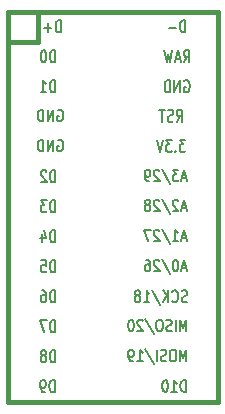
<source format=gbr>
%TF.GenerationSoftware,KiCad,Pcbnew,9.0.1*%
%TF.CreationDate,2025-05-03T16:32:41-05:00*%
%TF.ProjectId,WhackAMole,57686163-6b41-44d6-9f6c-652e6b696361,rev?*%
%TF.SameCoordinates,Original*%
%TF.FileFunction,Legend,Bot*%
%TF.FilePolarity,Positive*%
%FSLAX46Y46*%
G04 Gerber Fmt 4.6, Leading zero omitted, Abs format (unit mm)*
G04 Created by KiCad (PCBNEW 9.0.1) date 2025-05-03 16:32:41*
%MOMM*%
%LPD*%
G01*
G04 APERTURE LIST*
%ADD10C,0.160000*%
%ADD11C,0.381000*%
G04 APERTURE END LIST*
D10*
X128124761Y-78484299D02*
X128124761Y-77484299D01*
X128124761Y-77484299D02*
X127934285Y-77484299D01*
X127934285Y-77484299D02*
X127819999Y-77531918D01*
X127819999Y-77531918D02*
X127743809Y-77627156D01*
X127743809Y-77627156D02*
X127705714Y-77722394D01*
X127705714Y-77722394D02*
X127667618Y-77912870D01*
X127667618Y-77912870D02*
X127667618Y-78055727D01*
X127667618Y-78055727D02*
X127705714Y-78246203D01*
X127705714Y-78246203D02*
X127743809Y-78341441D01*
X127743809Y-78341441D02*
X127819999Y-78436680D01*
X127819999Y-78436680D02*
X127934285Y-78484299D01*
X127934285Y-78484299D02*
X128124761Y-78484299D01*
X127324761Y-78103346D02*
X126715238Y-78103346D01*
X127019999Y-78484299D02*
X127019999Y-77722394D01*
X138722781Y-90822384D02*
X138341828Y-90822384D01*
X138798971Y-91108099D02*
X138532304Y-90108099D01*
X138532304Y-90108099D02*
X138265638Y-91108099D01*
X138075162Y-90108099D02*
X137579924Y-90108099D01*
X137579924Y-90108099D02*
X137846590Y-90489051D01*
X137846590Y-90489051D02*
X137732305Y-90489051D01*
X137732305Y-90489051D02*
X137656114Y-90536670D01*
X137656114Y-90536670D02*
X137618019Y-90584289D01*
X137618019Y-90584289D02*
X137579924Y-90679527D01*
X137579924Y-90679527D02*
X137579924Y-90917622D01*
X137579924Y-90917622D02*
X137618019Y-91012860D01*
X137618019Y-91012860D02*
X137656114Y-91060480D01*
X137656114Y-91060480D02*
X137732305Y-91108099D01*
X137732305Y-91108099D02*
X137960876Y-91108099D01*
X137960876Y-91108099D02*
X138037067Y-91060480D01*
X138037067Y-91060480D02*
X138075162Y-91012860D01*
X136665638Y-90060480D02*
X137351352Y-91346194D01*
X136437067Y-90203337D02*
X136398971Y-90155718D01*
X136398971Y-90155718D02*
X136322781Y-90108099D01*
X136322781Y-90108099D02*
X136132305Y-90108099D01*
X136132305Y-90108099D02*
X136056114Y-90155718D01*
X136056114Y-90155718D02*
X136018019Y-90203337D01*
X136018019Y-90203337D02*
X135979924Y-90298575D01*
X135979924Y-90298575D02*
X135979924Y-90393813D01*
X135979924Y-90393813D02*
X136018019Y-90536670D01*
X136018019Y-90536670D02*
X136475162Y-91108099D01*
X136475162Y-91108099D02*
X135979924Y-91108099D01*
X135598971Y-91108099D02*
X135446590Y-91108099D01*
X135446590Y-91108099D02*
X135370400Y-91060480D01*
X135370400Y-91060480D02*
X135332304Y-91012860D01*
X135332304Y-91012860D02*
X135256114Y-90870003D01*
X135256114Y-90870003D02*
X135218019Y-90679527D01*
X135218019Y-90679527D02*
X135218019Y-90298575D01*
X135218019Y-90298575D02*
X135256114Y-90203337D01*
X135256114Y-90203337D02*
X135294209Y-90155718D01*
X135294209Y-90155718D02*
X135370400Y-90108099D01*
X135370400Y-90108099D02*
X135522781Y-90108099D01*
X135522781Y-90108099D02*
X135598971Y-90155718D01*
X135598971Y-90155718D02*
X135637066Y-90203337D01*
X135637066Y-90203337D02*
X135675162Y-90298575D01*
X135675162Y-90298575D02*
X135675162Y-90536670D01*
X135675162Y-90536670D02*
X135637066Y-90631908D01*
X135637066Y-90631908D02*
X135598971Y-90679527D01*
X135598971Y-90679527D02*
X135522781Y-90727146D01*
X135522781Y-90727146D02*
X135370400Y-90727146D01*
X135370400Y-90727146D02*
X135294209Y-90679527D01*
X135294209Y-90679527D02*
X135256114Y-90631908D01*
X135256114Y-90631908D02*
X135218019Y-90536670D01*
X127851723Y-87615718D02*
X127927913Y-87568099D01*
X127927913Y-87568099D02*
X128042199Y-87568099D01*
X128042199Y-87568099D02*
X128156485Y-87615718D01*
X128156485Y-87615718D02*
X128232675Y-87710956D01*
X128232675Y-87710956D02*
X128270770Y-87806194D01*
X128270770Y-87806194D02*
X128308866Y-87996670D01*
X128308866Y-87996670D02*
X128308866Y-88139527D01*
X128308866Y-88139527D02*
X128270770Y-88330003D01*
X128270770Y-88330003D02*
X128232675Y-88425241D01*
X128232675Y-88425241D02*
X128156485Y-88520480D01*
X128156485Y-88520480D02*
X128042199Y-88568099D01*
X128042199Y-88568099D02*
X127966008Y-88568099D01*
X127966008Y-88568099D02*
X127851723Y-88520480D01*
X127851723Y-88520480D02*
X127813627Y-88472860D01*
X127813627Y-88472860D02*
X127813627Y-88139527D01*
X127813627Y-88139527D02*
X127966008Y-88139527D01*
X127470770Y-88568099D02*
X127470770Y-87568099D01*
X127470770Y-87568099D02*
X127013627Y-88568099D01*
X127013627Y-88568099D02*
X127013627Y-87568099D01*
X126632675Y-88568099D02*
X126632675Y-87568099D01*
X126632675Y-87568099D02*
X126442199Y-87568099D01*
X126442199Y-87568099D02*
X126327913Y-87615718D01*
X126327913Y-87615718D02*
X126251723Y-87710956D01*
X126251723Y-87710956D02*
X126213628Y-87806194D01*
X126213628Y-87806194D02*
X126175532Y-87996670D01*
X126175532Y-87996670D02*
X126175532Y-88139527D01*
X126175532Y-88139527D02*
X126213628Y-88330003D01*
X126213628Y-88330003D02*
X126251723Y-88425241D01*
X126251723Y-88425241D02*
X126327913Y-88520480D01*
X126327913Y-88520480D02*
X126442199Y-88568099D01*
X126442199Y-88568099D02*
X126632675Y-88568099D01*
X127590475Y-108954299D02*
X127590475Y-107954299D01*
X127590475Y-107954299D02*
X127399999Y-107954299D01*
X127399999Y-107954299D02*
X127285713Y-108001918D01*
X127285713Y-108001918D02*
X127209523Y-108097156D01*
X127209523Y-108097156D02*
X127171428Y-108192394D01*
X127171428Y-108192394D02*
X127133332Y-108382870D01*
X127133332Y-108382870D02*
X127133332Y-108525727D01*
X127133332Y-108525727D02*
X127171428Y-108716203D01*
X127171428Y-108716203D02*
X127209523Y-108811441D01*
X127209523Y-108811441D02*
X127285713Y-108906680D01*
X127285713Y-108906680D02*
X127399999Y-108954299D01*
X127399999Y-108954299D02*
X127590475Y-108954299D01*
X126752380Y-108954299D02*
X126599999Y-108954299D01*
X126599999Y-108954299D02*
X126523809Y-108906680D01*
X126523809Y-108906680D02*
X126485713Y-108859060D01*
X126485713Y-108859060D02*
X126409523Y-108716203D01*
X126409523Y-108716203D02*
X126371428Y-108525727D01*
X126371428Y-108525727D02*
X126371428Y-108144775D01*
X126371428Y-108144775D02*
X126409523Y-108049537D01*
X126409523Y-108049537D02*
X126447618Y-108001918D01*
X126447618Y-108001918D02*
X126523809Y-107954299D01*
X126523809Y-107954299D02*
X126676190Y-107954299D01*
X126676190Y-107954299D02*
X126752380Y-108001918D01*
X126752380Y-108001918D02*
X126790475Y-108049537D01*
X126790475Y-108049537D02*
X126828571Y-108144775D01*
X126828571Y-108144775D02*
X126828571Y-108382870D01*
X126828571Y-108382870D02*
X126790475Y-108478108D01*
X126790475Y-108478108D02*
X126752380Y-108525727D01*
X126752380Y-108525727D02*
X126676190Y-108573346D01*
X126676190Y-108573346D02*
X126523809Y-108573346D01*
X126523809Y-108573346D02*
X126447618Y-108525727D01*
X126447618Y-108525727D02*
X126409523Y-108478108D01*
X126409523Y-108478108D02*
X126371428Y-108382870D01*
X138722781Y-95902384D02*
X138341828Y-95902384D01*
X138798971Y-96188099D02*
X138532304Y-95188099D01*
X138532304Y-95188099D02*
X138265638Y-96188099D01*
X137579924Y-96188099D02*
X138037067Y-96188099D01*
X137808495Y-96188099D02*
X137808495Y-95188099D01*
X137808495Y-95188099D02*
X137884686Y-95330956D01*
X137884686Y-95330956D02*
X137960876Y-95426194D01*
X137960876Y-95426194D02*
X138037067Y-95473813D01*
X136665638Y-95140480D02*
X137351352Y-96426194D01*
X136437067Y-95283337D02*
X136398971Y-95235718D01*
X136398971Y-95235718D02*
X136322781Y-95188099D01*
X136322781Y-95188099D02*
X136132305Y-95188099D01*
X136132305Y-95188099D02*
X136056114Y-95235718D01*
X136056114Y-95235718D02*
X136018019Y-95283337D01*
X136018019Y-95283337D02*
X135979924Y-95378575D01*
X135979924Y-95378575D02*
X135979924Y-95473813D01*
X135979924Y-95473813D02*
X136018019Y-95616670D01*
X136018019Y-95616670D02*
X136475162Y-96188099D01*
X136475162Y-96188099D02*
X135979924Y-96188099D01*
X135713257Y-95188099D02*
X135179923Y-95188099D01*
X135179923Y-95188099D02*
X135522781Y-96188099D01*
X127629475Y-93724299D02*
X127629475Y-92724299D01*
X127629475Y-92724299D02*
X127438999Y-92724299D01*
X127438999Y-92724299D02*
X127324713Y-92771918D01*
X127324713Y-92771918D02*
X127248523Y-92867156D01*
X127248523Y-92867156D02*
X127210428Y-92962394D01*
X127210428Y-92962394D02*
X127172332Y-93152870D01*
X127172332Y-93152870D02*
X127172332Y-93295727D01*
X127172332Y-93295727D02*
X127210428Y-93486203D01*
X127210428Y-93486203D02*
X127248523Y-93581441D01*
X127248523Y-93581441D02*
X127324713Y-93676680D01*
X127324713Y-93676680D02*
X127438999Y-93724299D01*
X127438999Y-93724299D02*
X127629475Y-93724299D01*
X126905666Y-92724299D02*
X126410428Y-92724299D01*
X126410428Y-92724299D02*
X126677094Y-93105251D01*
X126677094Y-93105251D02*
X126562809Y-93105251D01*
X126562809Y-93105251D02*
X126486618Y-93152870D01*
X126486618Y-93152870D02*
X126448523Y-93200489D01*
X126448523Y-93200489D02*
X126410428Y-93295727D01*
X126410428Y-93295727D02*
X126410428Y-93533822D01*
X126410428Y-93533822D02*
X126448523Y-93629060D01*
X126448523Y-93629060D02*
X126486618Y-93676680D01*
X126486618Y-93676680D02*
X126562809Y-93724299D01*
X126562809Y-93724299D02*
X126791380Y-93724299D01*
X126791380Y-93724299D02*
X126867571Y-93676680D01*
X126867571Y-93676680D02*
X126905666Y-93629060D01*
X127851723Y-85075718D02*
X127927913Y-85028099D01*
X127927913Y-85028099D02*
X128042199Y-85028099D01*
X128042199Y-85028099D02*
X128156485Y-85075718D01*
X128156485Y-85075718D02*
X128232675Y-85170956D01*
X128232675Y-85170956D02*
X128270770Y-85266194D01*
X128270770Y-85266194D02*
X128308866Y-85456670D01*
X128308866Y-85456670D02*
X128308866Y-85599527D01*
X128308866Y-85599527D02*
X128270770Y-85790003D01*
X128270770Y-85790003D02*
X128232675Y-85885241D01*
X128232675Y-85885241D02*
X128156485Y-85980480D01*
X128156485Y-85980480D02*
X128042199Y-86028099D01*
X128042199Y-86028099D02*
X127966008Y-86028099D01*
X127966008Y-86028099D02*
X127851723Y-85980480D01*
X127851723Y-85980480D02*
X127813627Y-85932860D01*
X127813627Y-85932860D02*
X127813627Y-85599527D01*
X127813627Y-85599527D02*
X127966008Y-85599527D01*
X127470770Y-86028099D02*
X127470770Y-85028099D01*
X127470770Y-85028099D02*
X127013627Y-86028099D01*
X127013627Y-86028099D02*
X127013627Y-85028099D01*
X126632675Y-86028099D02*
X126632675Y-85028099D01*
X126632675Y-85028099D02*
X126442199Y-85028099D01*
X126442199Y-85028099D02*
X126327913Y-85075718D01*
X126327913Y-85075718D02*
X126251723Y-85170956D01*
X126251723Y-85170956D02*
X126213628Y-85266194D01*
X126213628Y-85266194D02*
X126175532Y-85456670D01*
X126175532Y-85456670D02*
X126175532Y-85599527D01*
X126175532Y-85599527D02*
X126213628Y-85790003D01*
X126213628Y-85790003D02*
X126251723Y-85885241D01*
X126251723Y-85885241D02*
X126327913Y-85980480D01*
X126327913Y-85980480D02*
X126442199Y-86028099D01*
X126442199Y-86028099D02*
X126632675Y-86028099D01*
X138748094Y-103808099D02*
X138748094Y-102808099D01*
X138748094Y-102808099D02*
X138481428Y-103522384D01*
X138481428Y-103522384D02*
X138214761Y-102808099D01*
X138214761Y-102808099D02*
X138214761Y-103808099D01*
X137833808Y-103808099D02*
X137833808Y-102808099D01*
X137490952Y-103760480D02*
X137376666Y-103808099D01*
X137376666Y-103808099D02*
X137186190Y-103808099D01*
X137186190Y-103808099D02*
X137109999Y-103760480D01*
X137109999Y-103760480D02*
X137071904Y-103712860D01*
X137071904Y-103712860D02*
X137033809Y-103617622D01*
X137033809Y-103617622D02*
X137033809Y-103522384D01*
X137033809Y-103522384D02*
X137071904Y-103427146D01*
X137071904Y-103427146D02*
X137109999Y-103379527D01*
X137109999Y-103379527D02*
X137186190Y-103331908D01*
X137186190Y-103331908D02*
X137338571Y-103284289D01*
X137338571Y-103284289D02*
X137414761Y-103236670D01*
X137414761Y-103236670D02*
X137452856Y-103189051D01*
X137452856Y-103189051D02*
X137490952Y-103093813D01*
X137490952Y-103093813D02*
X137490952Y-102998575D01*
X137490952Y-102998575D02*
X137452856Y-102903337D01*
X137452856Y-102903337D02*
X137414761Y-102855718D01*
X137414761Y-102855718D02*
X137338571Y-102808099D01*
X137338571Y-102808099D02*
X137148094Y-102808099D01*
X137148094Y-102808099D02*
X137033809Y-102855718D01*
X136538570Y-102808099D02*
X136386189Y-102808099D01*
X136386189Y-102808099D02*
X136309999Y-102855718D01*
X136309999Y-102855718D02*
X136233808Y-102950956D01*
X136233808Y-102950956D02*
X136195713Y-103141432D01*
X136195713Y-103141432D02*
X136195713Y-103474765D01*
X136195713Y-103474765D02*
X136233808Y-103665241D01*
X136233808Y-103665241D02*
X136309999Y-103760480D01*
X136309999Y-103760480D02*
X136386189Y-103808099D01*
X136386189Y-103808099D02*
X136538570Y-103808099D01*
X136538570Y-103808099D02*
X136614761Y-103760480D01*
X136614761Y-103760480D02*
X136690951Y-103665241D01*
X136690951Y-103665241D02*
X136729047Y-103474765D01*
X136729047Y-103474765D02*
X136729047Y-103141432D01*
X136729047Y-103141432D02*
X136690951Y-102950956D01*
X136690951Y-102950956D02*
X136614761Y-102855718D01*
X136614761Y-102855718D02*
X136538570Y-102808099D01*
X135281428Y-102760480D02*
X135967142Y-104046194D01*
X135052857Y-102903337D02*
X135014761Y-102855718D01*
X135014761Y-102855718D02*
X134938571Y-102808099D01*
X134938571Y-102808099D02*
X134748095Y-102808099D01*
X134748095Y-102808099D02*
X134671904Y-102855718D01*
X134671904Y-102855718D02*
X134633809Y-102903337D01*
X134633809Y-102903337D02*
X134595714Y-102998575D01*
X134595714Y-102998575D02*
X134595714Y-103093813D01*
X134595714Y-103093813D02*
X134633809Y-103236670D01*
X134633809Y-103236670D02*
X135090952Y-103808099D01*
X135090952Y-103808099D02*
X134595714Y-103808099D01*
X134100475Y-102808099D02*
X134024285Y-102808099D01*
X134024285Y-102808099D02*
X133948094Y-102855718D01*
X133948094Y-102855718D02*
X133909999Y-102903337D01*
X133909999Y-102903337D02*
X133871904Y-102998575D01*
X133871904Y-102998575D02*
X133833809Y-103189051D01*
X133833809Y-103189051D02*
X133833809Y-103427146D01*
X133833809Y-103427146D02*
X133871904Y-103617622D01*
X133871904Y-103617622D02*
X133909999Y-103712860D01*
X133909999Y-103712860D02*
X133948094Y-103760480D01*
X133948094Y-103760480D02*
X134024285Y-103808099D01*
X134024285Y-103808099D02*
X134100475Y-103808099D01*
X134100475Y-103808099D02*
X134176666Y-103760480D01*
X134176666Y-103760480D02*
X134214761Y-103712860D01*
X134214761Y-103712860D02*
X134252856Y-103617622D01*
X134252856Y-103617622D02*
X134290952Y-103427146D01*
X134290952Y-103427146D02*
X134290952Y-103189051D01*
X134290952Y-103189051D02*
X134252856Y-102998575D01*
X134252856Y-102998575D02*
X134214761Y-102903337D01*
X134214761Y-102903337D02*
X134176666Y-102855718D01*
X134176666Y-102855718D02*
X134100475Y-102808099D01*
X127629475Y-96264299D02*
X127629475Y-95264299D01*
X127629475Y-95264299D02*
X127438999Y-95264299D01*
X127438999Y-95264299D02*
X127324713Y-95311918D01*
X127324713Y-95311918D02*
X127248523Y-95407156D01*
X127248523Y-95407156D02*
X127210428Y-95502394D01*
X127210428Y-95502394D02*
X127172332Y-95692870D01*
X127172332Y-95692870D02*
X127172332Y-95835727D01*
X127172332Y-95835727D02*
X127210428Y-96026203D01*
X127210428Y-96026203D02*
X127248523Y-96121441D01*
X127248523Y-96121441D02*
X127324713Y-96216680D01*
X127324713Y-96216680D02*
X127438999Y-96264299D01*
X127438999Y-96264299D02*
X127629475Y-96264299D01*
X126486618Y-95597632D02*
X126486618Y-96264299D01*
X126677094Y-95216680D02*
X126867571Y-95930965D01*
X126867571Y-95930965D02*
X126372332Y-95930965D01*
X138722781Y-93362384D02*
X138341828Y-93362384D01*
X138798971Y-93648099D02*
X138532304Y-92648099D01*
X138532304Y-92648099D02*
X138265638Y-93648099D01*
X138037067Y-92743337D02*
X137998971Y-92695718D01*
X137998971Y-92695718D02*
X137922781Y-92648099D01*
X137922781Y-92648099D02*
X137732305Y-92648099D01*
X137732305Y-92648099D02*
X137656114Y-92695718D01*
X137656114Y-92695718D02*
X137618019Y-92743337D01*
X137618019Y-92743337D02*
X137579924Y-92838575D01*
X137579924Y-92838575D02*
X137579924Y-92933813D01*
X137579924Y-92933813D02*
X137618019Y-93076670D01*
X137618019Y-93076670D02*
X138075162Y-93648099D01*
X138075162Y-93648099D02*
X137579924Y-93648099D01*
X136665638Y-92600480D02*
X137351352Y-93886194D01*
X136437067Y-92743337D02*
X136398971Y-92695718D01*
X136398971Y-92695718D02*
X136322781Y-92648099D01*
X136322781Y-92648099D02*
X136132305Y-92648099D01*
X136132305Y-92648099D02*
X136056114Y-92695718D01*
X136056114Y-92695718D02*
X136018019Y-92743337D01*
X136018019Y-92743337D02*
X135979924Y-92838575D01*
X135979924Y-92838575D02*
X135979924Y-92933813D01*
X135979924Y-92933813D02*
X136018019Y-93076670D01*
X136018019Y-93076670D02*
X136475162Y-93648099D01*
X136475162Y-93648099D02*
X135979924Y-93648099D01*
X135522781Y-93076670D02*
X135598971Y-93029051D01*
X135598971Y-93029051D02*
X135637066Y-92981432D01*
X135637066Y-92981432D02*
X135675162Y-92886194D01*
X135675162Y-92886194D02*
X135675162Y-92838575D01*
X135675162Y-92838575D02*
X135637066Y-92743337D01*
X135637066Y-92743337D02*
X135598971Y-92695718D01*
X135598971Y-92695718D02*
X135522781Y-92648099D01*
X135522781Y-92648099D02*
X135370400Y-92648099D01*
X135370400Y-92648099D02*
X135294209Y-92695718D01*
X135294209Y-92695718D02*
X135256114Y-92743337D01*
X135256114Y-92743337D02*
X135218019Y-92838575D01*
X135218019Y-92838575D02*
X135218019Y-92886194D01*
X135218019Y-92886194D02*
X135256114Y-92981432D01*
X135256114Y-92981432D02*
X135294209Y-93029051D01*
X135294209Y-93029051D02*
X135370400Y-93076670D01*
X135370400Y-93076670D02*
X135522781Y-93076670D01*
X135522781Y-93076670D02*
X135598971Y-93124289D01*
X135598971Y-93124289D02*
X135637066Y-93171908D01*
X135637066Y-93171908D02*
X135675162Y-93267146D01*
X135675162Y-93267146D02*
X135675162Y-93457622D01*
X135675162Y-93457622D02*
X135637066Y-93552860D01*
X135637066Y-93552860D02*
X135598971Y-93600480D01*
X135598971Y-93600480D02*
X135522781Y-93648099D01*
X135522781Y-93648099D02*
X135370400Y-93648099D01*
X135370400Y-93648099D02*
X135294209Y-93600480D01*
X135294209Y-93600480D02*
X135256114Y-93552860D01*
X135256114Y-93552860D02*
X135218019Y-93457622D01*
X135218019Y-93457622D02*
X135218019Y-93267146D01*
X135218019Y-93267146D02*
X135256114Y-93171908D01*
X135256114Y-93171908D02*
X135294209Y-93124289D01*
X135294209Y-93124289D02*
X135370400Y-93076670D01*
X138513380Y-81024299D02*
X138780047Y-80548108D01*
X138970523Y-81024299D02*
X138970523Y-80024299D01*
X138970523Y-80024299D02*
X138665761Y-80024299D01*
X138665761Y-80024299D02*
X138589571Y-80071918D01*
X138589571Y-80071918D02*
X138551476Y-80119537D01*
X138551476Y-80119537D02*
X138513380Y-80214775D01*
X138513380Y-80214775D02*
X138513380Y-80357632D01*
X138513380Y-80357632D02*
X138551476Y-80452870D01*
X138551476Y-80452870D02*
X138589571Y-80500489D01*
X138589571Y-80500489D02*
X138665761Y-80548108D01*
X138665761Y-80548108D02*
X138970523Y-80548108D01*
X138208619Y-80738584D02*
X137827666Y-80738584D01*
X138284809Y-81024299D02*
X138018142Y-80024299D01*
X138018142Y-80024299D02*
X137751476Y-81024299D01*
X137561000Y-80024299D02*
X137370524Y-81024299D01*
X137370524Y-81024299D02*
X137218143Y-80310013D01*
X137218143Y-80310013D02*
X137065762Y-81024299D01*
X137065762Y-81024299D02*
X136875286Y-80024299D01*
X138659352Y-87593499D02*
X138164114Y-87593499D01*
X138164114Y-87593499D02*
X138430780Y-87974451D01*
X138430780Y-87974451D02*
X138316495Y-87974451D01*
X138316495Y-87974451D02*
X138240304Y-88022070D01*
X138240304Y-88022070D02*
X138202209Y-88069689D01*
X138202209Y-88069689D02*
X138164114Y-88164927D01*
X138164114Y-88164927D02*
X138164114Y-88403022D01*
X138164114Y-88403022D02*
X138202209Y-88498260D01*
X138202209Y-88498260D02*
X138240304Y-88545880D01*
X138240304Y-88545880D02*
X138316495Y-88593499D01*
X138316495Y-88593499D02*
X138545066Y-88593499D01*
X138545066Y-88593499D02*
X138621257Y-88545880D01*
X138621257Y-88545880D02*
X138659352Y-88498260D01*
X137821256Y-88498260D02*
X137783161Y-88545880D01*
X137783161Y-88545880D02*
X137821256Y-88593499D01*
X137821256Y-88593499D02*
X137859352Y-88545880D01*
X137859352Y-88545880D02*
X137821256Y-88498260D01*
X137821256Y-88498260D02*
X137821256Y-88593499D01*
X137516495Y-87593499D02*
X137021257Y-87593499D01*
X137021257Y-87593499D02*
X137287923Y-87974451D01*
X137287923Y-87974451D02*
X137173638Y-87974451D01*
X137173638Y-87974451D02*
X137097447Y-88022070D01*
X137097447Y-88022070D02*
X137059352Y-88069689D01*
X137059352Y-88069689D02*
X137021257Y-88164927D01*
X137021257Y-88164927D02*
X137021257Y-88403022D01*
X137021257Y-88403022D02*
X137059352Y-88498260D01*
X137059352Y-88498260D02*
X137097447Y-88545880D01*
X137097447Y-88545880D02*
X137173638Y-88593499D01*
X137173638Y-88593499D02*
X137402209Y-88593499D01*
X137402209Y-88593499D02*
X137478400Y-88545880D01*
X137478400Y-88545880D02*
X137516495Y-88498260D01*
X136792685Y-87593499D02*
X136526018Y-88593499D01*
X136526018Y-88593499D02*
X136259352Y-87593499D01*
X138798924Y-101296680D02*
X138684638Y-101344299D01*
X138684638Y-101344299D02*
X138494162Y-101344299D01*
X138494162Y-101344299D02*
X138417971Y-101296680D01*
X138417971Y-101296680D02*
X138379876Y-101249060D01*
X138379876Y-101249060D02*
X138341781Y-101153822D01*
X138341781Y-101153822D02*
X138341781Y-101058584D01*
X138341781Y-101058584D02*
X138379876Y-100963346D01*
X138379876Y-100963346D02*
X138417971Y-100915727D01*
X138417971Y-100915727D02*
X138494162Y-100868108D01*
X138494162Y-100868108D02*
X138646543Y-100820489D01*
X138646543Y-100820489D02*
X138722733Y-100772870D01*
X138722733Y-100772870D02*
X138760828Y-100725251D01*
X138760828Y-100725251D02*
X138798924Y-100630013D01*
X138798924Y-100630013D02*
X138798924Y-100534775D01*
X138798924Y-100534775D02*
X138760828Y-100439537D01*
X138760828Y-100439537D02*
X138722733Y-100391918D01*
X138722733Y-100391918D02*
X138646543Y-100344299D01*
X138646543Y-100344299D02*
X138456066Y-100344299D01*
X138456066Y-100344299D02*
X138341781Y-100391918D01*
X137541780Y-101249060D02*
X137579876Y-101296680D01*
X137579876Y-101296680D02*
X137694161Y-101344299D01*
X137694161Y-101344299D02*
X137770352Y-101344299D01*
X137770352Y-101344299D02*
X137884638Y-101296680D01*
X137884638Y-101296680D02*
X137960828Y-101201441D01*
X137960828Y-101201441D02*
X137998923Y-101106203D01*
X137998923Y-101106203D02*
X138037019Y-100915727D01*
X138037019Y-100915727D02*
X138037019Y-100772870D01*
X138037019Y-100772870D02*
X137998923Y-100582394D01*
X137998923Y-100582394D02*
X137960828Y-100487156D01*
X137960828Y-100487156D02*
X137884638Y-100391918D01*
X137884638Y-100391918D02*
X137770352Y-100344299D01*
X137770352Y-100344299D02*
X137694161Y-100344299D01*
X137694161Y-100344299D02*
X137579876Y-100391918D01*
X137579876Y-100391918D02*
X137541780Y-100439537D01*
X137198923Y-101344299D02*
X137198923Y-100344299D01*
X136741780Y-101344299D02*
X137084638Y-100772870D01*
X136741780Y-100344299D02*
X137198923Y-100915727D01*
X135827495Y-100296680D02*
X136513209Y-101582394D01*
X135141781Y-101344299D02*
X135598924Y-101344299D01*
X135370352Y-101344299D02*
X135370352Y-100344299D01*
X135370352Y-100344299D02*
X135446543Y-100487156D01*
X135446543Y-100487156D02*
X135522733Y-100582394D01*
X135522733Y-100582394D02*
X135598924Y-100630013D01*
X134684638Y-100772870D02*
X134760828Y-100725251D01*
X134760828Y-100725251D02*
X134798923Y-100677632D01*
X134798923Y-100677632D02*
X134837019Y-100582394D01*
X134837019Y-100582394D02*
X134837019Y-100534775D01*
X134837019Y-100534775D02*
X134798923Y-100439537D01*
X134798923Y-100439537D02*
X134760828Y-100391918D01*
X134760828Y-100391918D02*
X134684638Y-100344299D01*
X134684638Y-100344299D02*
X134532257Y-100344299D01*
X134532257Y-100344299D02*
X134456066Y-100391918D01*
X134456066Y-100391918D02*
X134417971Y-100439537D01*
X134417971Y-100439537D02*
X134379876Y-100534775D01*
X134379876Y-100534775D02*
X134379876Y-100582394D01*
X134379876Y-100582394D02*
X134417971Y-100677632D01*
X134417971Y-100677632D02*
X134456066Y-100725251D01*
X134456066Y-100725251D02*
X134532257Y-100772870D01*
X134532257Y-100772870D02*
X134684638Y-100772870D01*
X134684638Y-100772870D02*
X134760828Y-100820489D01*
X134760828Y-100820489D02*
X134798923Y-100868108D01*
X134798923Y-100868108D02*
X134837019Y-100963346D01*
X134837019Y-100963346D02*
X134837019Y-101153822D01*
X134837019Y-101153822D02*
X134798923Y-101249060D01*
X134798923Y-101249060D02*
X134760828Y-101296680D01*
X134760828Y-101296680D02*
X134684638Y-101344299D01*
X134684638Y-101344299D02*
X134532257Y-101344299D01*
X134532257Y-101344299D02*
X134456066Y-101296680D01*
X134456066Y-101296680D02*
X134417971Y-101249060D01*
X134417971Y-101249060D02*
X134379876Y-101153822D01*
X134379876Y-101153822D02*
X134379876Y-100963346D01*
X134379876Y-100963346D02*
X134417971Y-100868108D01*
X134417971Y-100868108D02*
X134456066Y-100820489D01*
X134456066Y-100820489D02*
X134532257Y-100772870D01*
X127629475Y-103884299D02*
X127629475Y-102884299D01*
X127629475Y-102884299D02*
X127438999Y-102884299D01*
X127438999Y-102884299D02*
X127324713Y-102931918D01*
X127324713Y-102931918D02*
X127248523Y-103027156D01*
X127248523Y-103027156D02*
X127210428Y-103122394D01*
X127210428Y-103122394D02*
X127172332Y-103312870D01*
X127172332Y-103312870D02*
X127172332Y-103455727D01*
X127172332Y-103455727D02*
X127210428Y-103646203D01*
X127210428Y-103646203D02*
X127248523Y-103741441D01*
X127248523Y-103741441D02*
X127324713Y-103836680D01*
X127324713Y-103836680D02*
X127438999Y-103884299D01*
X127438999Y-103884299D02*
X127629475Y-103884299D01*
X126905666Y-102884299D02*
X126372332Y-102884299D01*
X126372332Y-102884299D02*
X126715190Y-103884299D01*
X138703828Y-108938899D02*
X138703828Y-107938899D01*
X138703828Y-107938899D02*
X138513352Y-107938899D01*
X138513352Y-107938899D02*
X138399066Y-107986518D01*
X138399066Y-107986518D02*
X138322876Y-108081756D01*
X138322876Y-108081756D02*
X138284781Y-108176994D01*
X138284781Y-108176994D02*
X138246685Y-108367470D01*
X138246685Y-108367470D02*
X138246685Y-108510327D01*
X138246685Y-108510327D02*
X138284781Y-108700803D01*
X138284781Y-108700803D02*
X138322876Y-108796041D01*
X138322876Y-108796041D02*
X138399066Y-108891280D01*
X138399066Y-108891280D02*
X138513352Y-108938899D01*
X138513352Y-108938899D02*
X138703828Y-108938899D01*
X137484781Y-108938899D02*
X137941924Y-108938899D01*
X137713352Y-108938899D02*
X137713352Y-107938899D01*
X137713352Y-107938899D02*
X137789543Y-108081756D01*
X137789543Y-108081756D02*
X137865733Y-108176994D01*
X137865733Y-108176994D02*
X137941924Y-108224613D01*
X136989542Y-107938899D02*
X136913352Y-107938899D01*
X136913352Y-107938899D02*
X136837161Y-107986518D01*
X136837161Y-107986518D02*
X136799066Y-108034137D01*
X136799066Y-108034137D02*
X136760971Y-108129375D01*
X136760971Y-108129375D02*
X136722876Y-108319851D01*
X136722876Y-108319851D02*
X136722876Y-108557946D01*
X136722876Y-108557946D02*
X136760971Y-108748422D01*
X136760971Y-108748422D02*
X136799066Y-108843660D01*
X136799066Y-108843660D02*
X136837161Y-108891280D01*
X136837161Y-108891280D02*
X136913352Y-108938899D01*
X136913352Y-108938899D02*
X136989542Y-108938899D01*
X136989542Y-108938899D02*
X137065733Y-108891280D01*
X137065733Y-108891280D02*
X137103828Y-108843660D01*
X137103828Y-108843660D02*
X137141923Y-108748422D01*
X137141923Y-108748422D02*
X137180019Y-108557946D01*
X137180019Y-108557946D02*
X137180019Y-108319851D01*
X137180019Y-108319851D02*
X137141923Y-108129375D01*
X137141923Y-108129375D02*
X137103828Y-108034137D01*
X137103828Y-108034137D02*
X137065733Y-107986518D01*
X137065733Y-107986518D02*
X136989542Y-107938899D01*
X127629475Y-81024299D02*
X127629475Y-80024299D01*
X127629475Y-80024299D02*
X127438999Y-80024299D01*
X127438999Y-80024299D02*
X127324713Y-80071918D01*
X127324713Y-80071918D02*
X127248523Y-80167156D01*
X127248523Y-80167156D02*
X127210428Y-80262394D01*
X127210428Y-80262394D02*
X127172332Y-80452870D01*
X127172332Y-80452870D02*
X127172332Y-80595727D01*
X127172332Y-80595727D02*
X127210428Y-80786203D01*
X127210428Y-80786203D02*
X127248523Y-80881441D01*
X127248523Y-80881441D02*
X127324713Y-80976680D01*
X127324713Y-80976680D02*
X127438999Y-81024299D01*
X127438999Y-81024299D02*
X127629475Y-81024299D01*
X126677094Y-80024299D02*
X126600904Y-80024299D01*
X126600904Y-80024299D02*
X126524713Y-80071918D01*
X126524713Y-80071918D02*
X126486618Y-80119537D01*
X126486618Y-80119537D02*
X126448523Y-80214775D01*
X126448523Y-80214775D02*
X126410428Y-80405251D01*
X126410428Y-80405251D02*
X126410428Y-80643346D01*
X126410428Y-80643346D02*
X126448523Y-80833822D01*
X126448523Y-80833822D02*
X126486618Y-80929060D01*
X126486618Y-80929060D02*
X126524713Y-80976680D01*
X126524713Y-80976680D02*
X126600904Y-81024299D01*
X126600904Y-81024299D02*
X126677094Y-81024299D01*
X126677094Y-81024299D02*
X126753285Y-80976680D01*
X126753285Y-80976680D02*
X126791380Y-80929060D01*
X126791380Y-80929060D02*
X126829475Y-80833822D01*
X126829475Y-80833822D02*
X126867571Y-80643346D01*
X126867571Y-80643346D02*
X126867571Y-80405251D01*
X126867571Y-80405251D02*
X126829475Y-80214775D01*
X126829475Y-80214775D02*
X126791380Y-80119537D01*
X126791380Y-80119537D02*
X126753285Y-80071918D01*
X126753285Y-80071918D02*
X126677094Y-80024299D01*
X127629475Y-83564299D02*
X127629475Y-82564299D01*
X127629475Y-82564299D02*
X127438999Y-82564299D01*
X127438999Y-82564299D02*
X127324713Y-82611918D01*
X127324713Y-82611918D02*
X127248523Y-82707156D01*
X127248523Y-82707156D02*
X127210428Y-82802394D01*
X127210428Y-82802394D02*
X127172332Y-82992870D01*
X127172332Y-82992870D02*
X127172332Y-83135727D01*
X127172332Y-83135727D02*
X127210428Y-83326203D01*
X127210428Y-83326203D02*
X127248523Y-83421441D01*
X127248523Y-83421441D02*
X127324713Y-83516680D01*
X127324713Y-83516680D02*
X127438999Y-83564299D01*
X127438999Y-83564299D02*
X127629475Y-83564299D01*
X126410428Y-83564299D02*
X126867571Y-83564299D01*
X126638999Y-83564299D02*
X126638999Y-82564299D01*
X126638999Y-82564299D02*
X126715190Y-82707156D01*
X126715190Y-82707156D02*
X126791380Y-82802394D01*
X126791380Y-82802394D02*
X126867571Y-82850013D01*
X138665761Y-78484299D02*
X138665761Y-77484299D01*
X138665761Y-77484299D02*
X138475285Y-77484299D01*
X138475285Y-77484299D02*
X138360999Y-77531918D01*
X138360999Y-77531918D02*
X138284809Y-77627156D01*
X138284809Y-77627156D02*
X138246714Y-77722394D01*
X138246714Y-77722394D02*
X138208618Y-77912870D01*
X138208618Y-77912870D02*
X138208618Y-78055727D01*
X138208618Y-78055727D02*
X138246714Y-78246203D01*
X138246714Y-78246203D02*
X138284809Y-78341441D01*
X138284809Y-78341441D02*
X138360999Y-78436680D01*
X138360999Y-78436680D02*
X138475285Y-78484299D01*
X138475285Y-78484299D02*
X138665761Y-78484299D01*
X137865761Y-78103346D02*
X137256238Y-78103346D01*
X137916494Y-86053499D02*
X138183161Y-85577308D01*
X138373637Y-86053499D02*
X138373637Y-85053499D01*
X138373637Y-85053499D02*
X138068875Y-85053499D01*
X138068875Y-85053499D02*
X137992685Y-85101118D01*
X137992685Y-85101118D02*
X137954590Y-85148737D01*
X137954590Y-85148737D02*
X137916494Y-85243975D01*
X137916494Y-85243975D02*
X137916494Y-85386832D01*
X137916494Y-85386832D02*
X137954590Y-85482070D01*
X137954590Y-85482070D02*
X137992685Y-85529689D01*
X137992685Y-85529689D02*
X138068875Y-85577308D01*
X138068875Y-85577308D02*
X138373637Y-85577308D01*
X137611733Y-86005880D02*
X137497447Y-86053499D01*
X137497447Y-86053499D02*
X137306971Y-86053499D01*
X137306971Y-86053499D02*
X137230780Y-86005880D01*
X137230780Y-86005880D02*
X137192685Y-85958260D01*
X137192685Y-85958260D02*
X137154590Y-85863022D01*
X137154590Y-85863022D02*
X137154590Y-85767784D01*
X137154590Y-85767784D02*
X137192685Y-85672546D01*
X137192685Y-85672546D02*
X137230780Y-85624927D01*
X137230780Y-85624927D02*
X137306971Y-85577308D01*
X137306971Y-85577308D02*
X137459352Y-85529689D01*
X137459352Y-85529689D02*
X137535542Y-85482070D01*
X137535542Y-85482070D02*
X137573637Y-85434451D01*
X137573637Y-85434451D02*
X137611733Y-85339213D01*
X137611733Y-85339213D02*
X137611733Y-85243975D01*
X137611733Y-85243975D02*
X137573637Y-85148737D01*
X137573637Y-85148737D02*
X137535542Y-85101118D01*
X137535542Y-85101118D02*
X137459352Y-85053499D01*
X137459352Y-85053499D02*
X137268875Y-85053499D01*
X137268875Y-85053499D02*
X137154590Y-85101118D01*
X136926018Y-85053499D02*
X136468875Y-85053499D01*
X136697447Y-86053499D02*
X136697447Y-85053499D01*
X138722781Y-98442384D02*
X138341828Y-98442384D01*
X138798971Y-98728099D02*
X138532304Y-97728099D01*
X138532304Y-97728099D02*
X138265638Y-98728099D01*
X137846590Y-97728099D02*
X137770400Y-97728099D01*
X137770400Y-97728099D02*
X137694209Y-97775718D01*
X137694209Y-97775718D02*
X137656114Y-97823337D01*
X137656114Y-97823337D02*
X137618019Y-97918575D01*
X137618019Y-97918575D02*
X137579924Y-98109051D01*
X137579924Y-98109051D02*
X137579924Y-98347146D01*
X137579924Y-98347146D02*
X137618019Y-98537622D01*
X137618019Y-98537622D02*
X137656114Y-98632860D01*
X137656114Y-98632860D02*
X137694209Y-98680480D01*
X137694209Y-98680480D02*
X137770400Y-98728099D01*
X137770400Y-98728099D02*
X137846590Y-98728099D01*
X137846590Y-98728099D02*
X137922781Y-98680480D01*
X137922781Y-98680480D02*
X137960876Y-98632860D01*
X137960876Y-98632860D02*
X137998971Y-98537622D01*
X137998971Y-98537622D02*
X138037067Y-98347146D01*
X138037067Y-98347146D02*
X138037067Y-98109051D01*
X138037067Y-98109051D02*
X137998971Y-97918575D01*
X137998971Y-97918575D02*
X137960876Y-97823337D01*
X137960876Y-97823337D02*
X137922781Y-97775718D01*
X137922781Y-97775718D02*
X137846590Y-97728099D01*
X136665638Y-97680480D02*
X137351352Y-98966194D01*
X136437067Y-97823337D02*
X136398971Y-97775718D01*
X136398971Y-97775718D02*
X136322781Y-97728099D01*
X136322781Y-97728099D02*
X136132305Y-97728099D01*
X136132305Y-97728099D02*
X136056114Y-97775718D01*
X136056114Y-97775718D02*
X136018019Y-97823337D01*
X136018019Y-97823337D02*
X135979924Y-97918575D01*
X135979924Y-97918575D02*
X135979924Y-98013813D01*
X135979924Y-98013813D02*
X136018019Y-98156670D01*
X136018019Y-98156670D02*
X136475162Y-98728099D01*
X136475162Y-98728099D02*
X135979924Y-98728099D01*
X135294209Y-97728099D02*
X135446590Y-97728099D01*
X135446590Y-97728099D02*
X135522781Y-97775718D01*
X135522781Y-97775718D02*
X135560876Y-97823337D01*
X135560876Y-97823337D02*
X135637066Y-97966194D01*
X135637066Y-97966194D02*
X135675162Y-98156670D01*
X135675162Y-98156670D02*
X135675162Y-98537622D01*
X135675162Y-98537622D02*
X135637066Y-98632860D01*
X135637066Y-98632860D02*
X135598971Y-98680480D01*
X135598971Y-98680480D02*
X135522781Y-98728099D01*
X135522781Y-98728099D02*
X135370400Y-98728099D01*
X135370400Y-98728099D02*
X135294209Y-98680480D01*
X135294209Y-98680480D02*
X135256114Y-98632860D01*
X135256114Y-98632860D02*
X135218019Y-98537622D01*
X135218019Y-98537622D02*
X135218019Y-98299527D01*
X135218019Y-98299527D02*
X135256114Y-98204289D01*
X135256114Y-98204289D02*
X135294209Y-98156670D01*
X135294209Y-98156670D02*
X135370400Y-98109051D01*
X135370400Y-98109051D02*
X135522781Y-98109051D01*
X135522781Y-98109051D02*
X135598971Y-98156670D01*
X135598971Y-98156670D02*
X135637066Y-98204289D01*
X135637066Y-98204289D02*
X135675162Y-98299527D01*
X127629475Y-101344299D02*
X127629475Y-100344299D01*
X127629475Y-100344299D02*
X127438999Y-100344299D01*
X127438999Y-100344299D02*
X127324713Y-100391918D01*
X127324713Y-100391918D02*
X127248523Y-100487156D01*
X127248523Y-100487156D02*
X127210428Y-100582394D01*
X127210428Y-100582394D02*
X127172332Y-100772870D01*
X127172332Y-100772870D02*
X127172332Y-100915727D01*
X127172332Y-100915727D02*
X127210428Y-101106203D01*
X127210428Y-101106203D02*
X127248523Y-101201441D01*
X127248523Y-101201441D02*
X127324713Y-101296680D01*
X127324713Y-101296680D02*
X127438999Y-101344299D01*
X127438999Y-101344299D02*
X127629475Y-101344299D01*
X126486618Y-100344299D02*
X126638999Y-100344299D01*
X126638999Y-100344299D02*
X126715190Y-100391918D01*
X126715190Y-100391918D02*
X126753285Y-100439537D01*
X126753285Y-100439537D02*
X126829475Y-100582394D01*
X126829475Y-100582394D02*
X126867571Y-100772870D01*
X126867571Y-100772870D02*
X126867571Y-101153822D01*
X126867571Y-101153822D02*
X126829475Y-101249060D01*
X126829475Y-101249060D02*
X126791380Y-101296680D01*
X126791380Y-101296680D02*
X126715190Y-101344299D01*
X126715190Y-101344299D02*
X126562809Y-101344299D01*
X126562809Y-101344299D02*
X126486618Y-101296680D01*
X126486618Y-101296680D02*
X126448523Y-101249060D01*
X126448523Y-101249060D02*
X126410428Y-101153822D01*
X126410428Y-101153822D02*
X126410428Y-100915727D01*
X126410428Y-100915727D02*
X126448523Y-100820489D01*
X126448523Y-100820489D02*
X126486618Y-100772870D01*
X126486618Y-100772870D02*
X126562809Y-100725251D01*
X126562809Y-100725251D02*
X126715190Y-100725251D01*
X126715190Y-100725251D02*
X126791380Y-100772870D01*
X126791380Y-100772870D02*
X126829475Y-100820489D01*
X126829475Y-100820489D02*
X126867571Y-100915727D01*
X138570523Y-82611918D02*
X138646713Y-82564299D01*
X138646713Y-82564299D02*
X138760999Y-82564299D01*
X138760999Y-82564299D02*
X138875285Y-82611918D01*
X138875285Y-82611918D02*
X138951475Y-82707156D01*
X138951475Y-82707156D02*
X138989570Y-82802394D01*
X138989570Y-82802394D02*
X139027666Y-82992870D01*
X139027666Y-82992870D02*
X139027666Y-83135727D01*
X139027666Y-83135727D02*
X138989570Y-83326203D01*
X138989570Y-83326203D02*
X138951475Y-83421441D01*
X138951475Y-83421441D02*
X138875285Y-83516680D01*
X138875285Y-83516680D02*
X138760999Y-83564299D01*
X138760999Y-83564299D02*
X138684808Y-83564299D01*
X138684808Y-83564299D02*
X138570523Y-83516680D01*
X138570523Y-83516680D02*
X138532427Y-83469060D01*
X138532427Y-83469060D02*
X138532427Y-83135727D01*
X138532427Y-83135727D02*
X138684808Y-83135727D01*
X138189570Y-83564299D02*
X138189570Y-82564299D01*
X138189570Y-82564299D02*
X137732427Y-83564299D01*
X137732427Y-83564299D02*
X137732427Y-82564299D01*
X137351475Y-83564299D02*
X137351475Y-82564299D01*
X137351475Y-82564299D02*
X137160999Y-82564299D01*
X137160999Y-82564299D02*
X137046713Y-82611918D01*
X137046713Y-82611918D02*
X136970523Y-82707156D01*
X136970523Y-82707156D02*
X136932428Y-82802394D01*
X136932428Y-82802394D02*
X136894332Y-82992870D01*
X136894332Y-82992870D02*
X136894332Y-83135727D01*
X136894332Y-83135727D02*
X136932428Y-83326203D01*
X136932428Y-83326203D02*
X136970523Y-83421441D01*
X136970523Y-83421441D02*
X137046713Y-83516680D01*
X137046713Y-83516680D02*
X137160999Y-83564299D01*
X137160999Y-83564299D02*
X137351475Y-83564299D01*
X138748094Y-106348099D02*
X138748094Y-105348099D01*
X138748094Y-105348099D02*
X138481428Y-106062384D01*
X138481428Y-106062384D02*
X138214761Y-105348099D01*
X138214761Y-105348099D02*
X138214761Y-106348099D01*
X137681427Y-105348099D02*
X137529046Y-105348099D01*
X137529046Y-105348099D02*
X137452856Y-105395718D01*
X137452856Y-105395718D02*
X137376665Y-105490956D01*
X137376665Y-105490956D02*
X137338570Y-105681432D01*
X137338570Y-105681432D02*
X137338570Y-106014765D01*
X137338570Y-106014765D02*
X137376665Y-106205241D01*
X137376665Y-106205241D02*
X137452856Y-106300480D01*
X137452856Y-106300480D02*
X137529046Y-106348099D01*
X137529046Y-106348099D02*
X137681427Y-106348099D01*
X137681427Y-106348099D02*
X137757618Y-106300480D01*
X137757618Y-106300480D02*
X137833808Y-106205241D01*
X137833808Y-106205241D02*
X137871904Y-106014765D01*
X137871904Y-106014765D02*
X137871904Y-105681432D01*
X137871904Y-105681432D02*
X137833808Y-105490956D01*
X137833808Y-105490956D02*
X137757618Y-105395718D01*
X137757618Y-105395718D02*
X137681427Y-105348099D01*
X137033809Y-106300480D02*
X136919523Y-106348099D01*
X136919523Y-106348099D02*
X136729047Y-106348099D01*
X136729047Y-106348099D02*
X136652856Y-106300480D01*
X136652856Y-106300480D02*
X136614761Y-106252860D01*
X136614761Y-106252860D02*
X136576666Y-106157622D01*
X136576666Y-106157622D02*
X136576666Y-106062384D01*
X136576666Y-106062384D02*
X136614761Y-105967146D01*
X136614761Y-105967146D02*
X136652856Y-105919527D01*
X136652856Y-105919527D02*
X136729047Y-105871908D01*
X136729047Y-105871908D02*
X136881428Y-105824289D01*
X136881428Y-105824289D02*
X136957618Y-105776670D01*
X136957618Y-105776670D02*
X136995713Y-105729051D01*
X136995713Y-105729051D02*
X137033809Y-105633813D01*
X137033809Y-105633813D02*
X137033809Y-105538575D01*
X137033809Y-105538575D02*
X136995713Y-105443337D01*
X136995713Y-105443337D02*
X136957618Y-105395718D01*
X136957618Y-105395718D02*
X136881428Y-105348099D01*
X136881428Y-105348099D02*
X136690951Y-105348099D01*
X136690951Y-105348099D02*
X136576666Y-105395718D01*
X136233808Y-106348099D02*
X136233808Y-105348099D01*
X135281428Y-105300480D02*
X135967142Y-106586194D01*
X134595714Y-106348099D02*
X135052857Y-106348099D01*
X134824285Y-106348099D02*
X134824285Y-105348099D01*
X134824285Y-105348099D02*
X134900476Y-105490956D01*
X134900476Y-105490956D02*
X134976666Y-105586194D01*
X134976666Y-105586194D02*
X135052857Y-105633813D01*
X134214761Y-106348099D02*
X134062380Y-106348099D01*
X134062380Y-106348099D02*
X133986190Y-106300480D01*
X133986190Y-106300480D02*
X133948094Y-106252860D01*
X133948094Y-106252860D02*
X133871904Y-106110003D01*
X133871904Y-106110003D02*
X133833809Y-105919527D01*
X133833809Y-105919527D02*
X133833809Y-105538575D01*
X133833809Y-105538575D02*
X133871904Y-105443337D01*
X133871904Y-105443337D02*
X133909999Y-105395718D01*
X133909999Y-105395718D02*
X133986190Y-105348099D01*
X133986190Y-105348099D02*
X134138571Y-105348099D01*
X134138571Y-105348099D02*
X134214761Y-105395718D01*
X134214761Y-105395718D02*
X134252856Y-105443337D01*
X134252856Y-105443337D02*
X134290952Y-105538575D01*
X134290952Y-105538575D02*
X134290952Y-105776670D01*
X134290952Y-105776670D02*
X134252856Y-105871908D01*
X134252856Y-105871908D02*
X134214761Y-105919527D01*
X134214761Y-105919527D02*
X134138571Y-105967146D01*
X134138571Y-105967146D02*
X133986190Y-105967146D01*
X133986190Y-105967146D02*
X133909999Y-105919527D01*
X133909999Y-105919527D02*
X133871904Y-105871908D01*
X133871904Y-105871908D02*
X133833809Y-105776670D01*
X127629475Y-98804299D02*
X127629475Y-97804299D01*
X127629475Y-97804299D02*
X127438999Y-97804299D01*
X127438999Y-97804299D02*
X127324713Y-97851918D01*
X127324713Y-97851918D02*
X127248523Y-97947156D01*
X127248523Y-97947156D02*
X127210428Y-98042394D01*
X127210428Y-98042394D02*
X127172332Y-98232870D01*
X127172332Y-98232870D02*
X127172332Y-98375727D01*
X127172332Y-98375727D02*
X127210428Y-98566203D01*
X127210428Y-98566203D02*
X127248523Y-98661441D01*
X127248523Y-98661441D02*
X127324713Y-98756680D01*
X127324713Y-98756680D02*
X127438999Y-98804299D01*
X127438999Y-98804299D02*
X127629475Y-98804299D01*
X126448523Y-97804299D02*
X126829475Y-97804299D01*
X126829475Y-97804299D02*
X126867571Y-98280489D01*
X126867571Y-98280489D02*
X126829475Y-98232870D01*
X126829475Y-98232870D02*
X126753285Y-98185251D01*
X126753285Y-98185251D02*
X126562809Y-98185251D01*
X126562809Y-98185251D02*
X126486618Y-98232870D01*
X126486618Y-98232870D02*
X126448523Y-98280489D01*
X126448523Y-98280489D02*
X126410428Y-98375727D01*
X126410428Y-98375727D02*
X126410428Y-98613822D01*
X126410428Y-98613822D02*
X126448523Y-98709060D01*
X126448523Y-98709060D02*
X126486618Y-98756680D01*
X126486618Y-98756680D02*
X126562809Y-98804299D01*
X126562809Y-98804299D02*
X126753285Y-98804299D01*
X126753285Y-98804299D02*
X126829475Y-98756680D01*
X126829475Y-98756680D02*
X126867571Y-98709060D01*
X127629475Y-106424299D02*
X127629475Y-105424299D01*
X127629475Y-105424299D02*
X127438999Y-105424299D01*
X127438999Y-105424299D02*
X127324713Y-105471918D01*
X127324713Y-105471918D02*
X127248523Y-105567156D01*
X127248523Y-105567156D02*
X127210428Y-105662394D01*
X127210428Y-105662394D02*
X127172332Y-105852870D01*
X127172332Y-105852870D02*
X127172332Y-105995727D01*
X127172332Y-105995727D02*
X127210428Y-106186203D01*
X127210428Y-106186203D02*
X127248523Y-106281441D01*
X127248523Y-106281441D02*
X127324713Y-106376680D01*
X127324713Y-106376680D02*
X127438999Y-106424299D01*
X127438999Y-106424299D02*
X127629475Y-106424299D01*
X126715190Y-105852870D02*
X126791380Y-105805251D01*
X126791380Y-105805251D02*
X126829475Y-105757632D01*
X126829475Y-105757632D02*
X126867571Y-105662394D01*
X126867571Y-105662394D02*
X126867571Y-105614775D01*
X126867571Y-105614775D02*
X126829475Y-105519537D01*
X126829475Y-105519537D02*
X126791380Y-105471918D01*
X126791380Y-105471918D02*
X126715190Y-105424299D01*
X126715190Y-105424299D02*
X126562809Y-105424299D01*
X126562809Y-105424299D02*
X126486618Y-105471918D01*
X126486618Y-105471918D02*
X126448523Y-105519537D01*
X126448523Y-105519537D02*
X126410428Y-105614775D01*
X126410428Y-105614775D02*
X126410428Y-105662394D01*
X126410428Y-105662394D02*
X126448523Y-105757632D01*
X126448523Y-105757632D02*
X126486618Y-105805251D01*
X126486618Y-105805251D02*
X126562809Y-105852870D01*
X126562809Y-105852870D02*
X126715190Y-105852870D01*
X126715190Y-105852870D02*
X126791380Y-105900489D01*
X126791380Y-105900489D02*
X126829475Y-105948108D01*
X126829475Y-105948108D02*
X126867571Y-106043346D01*
X126867571Y-106043346D02*
X126867571Y-106233822D01*
X126867571Y-106233822D02*
X126829475Y-106329060D01*
X126829475Y-106329060D02*
X126791380Y-106376680D01*
X126791380Y-106376680D02*
X126715190Y-106424299D01*
X126715190Y-106424299D02*
X126562809Y-106424299D01*
X126562809Y-106424299D02*
X126486618Y-106376680D01*
X126486618Y-106376680D02*
X126448523Y-106329060D01*
X126448523Y-106329060D02*
X126410428Y-106233822D01*
X126410428Y-106233822D02*
X126410428Y-106043346D01*
X126410428Y-106043346D02*
X126448523Y-105948108D01*
X126448523Y-105948108D02*
X126486618Y-105900489D01*
X126486618Y-105900489D02*
X126562809Y-105852870D01*
X127629475Y-91184299D02*
X127629475Y-90184299D01*
X127629475Y-90184299D02*
X127438999Y-90184299D01*
X127438999Y-90184299D02*
X127324713Y-90231918D01*
X127324713Y-90231918D02*
X127248523Y-90327156D01*
X127248523Y-90327156D02*
X127210428Y-90422394D01*
X127210428Y-90422394D02*
X127172332Y-90612870D01*
X127172332Y-90612870D02*
X127172332Y-90755727D01*
X127172332Y-90755727D02*
X127210428Y-90946203D01*
X127210428Y-90946203D02*
X127248523Y-91041441D01*
X127248523Y-91041441D02*
X127324713Y-91136680D01*
X127324713Y-91136680D02*
X127438999Y-91184299D01*
X127438999Y-91184299D02*
X127629475Y-91184299D01*
X126867571Y-90279537D02*
X126829475Y-90231918D01*
X126829475Y-90231918D02*
X126753285Y-90184299D01*
X126753285Y-90184299D02*
X126562809Y-90184299D01*
X126562809Y-90184299D02*
X126486618Y-90231918D01*
X126486618Y-90231918D02*
X126448523Y-90279537D01*
X126448523Y-90279537D02*
X126410428Y-90374775D01*
X126410428Y-90374775D02*
X126410428Y-90470013D01*
X126410428Y-90470013D02*
X126448523Y-90612870D01*
X126448523Y-90612870D02*
X126905666Y-91184299D01*
X126905666Y-91184299D02*
X126410428Y-91184299D01*
D11*
%TO.C,U2*%
X123610000Y-76760000D02*
X123610000Y-109780000D01*
X123610000Y-109780000D02*
X141390000Y-109780000D01*
X126150000Y-76760000D02*
X123610000Y-76760000D01*
X126150000Y-76760000D02*
X126150000Y-79300000D01*
X126150000Y-79300000D02*
X123610000Y-79300000D01*
X141390000Y-76760000D02*
X123610000Y-76760000D01*
X141390000Y-109780000D02*
X141390000Y-76760000D01*
%TD*%
M02*

</source>
